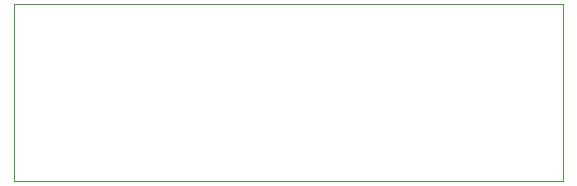
<source format=gm1>
G04 #@! TF.GenerationSoftware,KiCad,Pcbnew,8.0.5*
G04 #@! TF.CreationDate,2024-11-04T14:17:19-06:00*
G04 #@! TF.ProjectId,Jack PCB,4a61636b-2050-4434-922e-6b696361645f,rev?*
G04 #@! TF.SameCoordinates,Original*
G04 #@! TF.FileFunction,Profile,NP*
%FSLAX46Y46*%
G04 Gerber Fmt 4.6, Leading zero omitted, Abs format (unit mm)*
G04 Created by KiCad (PCBNEW 8.0.5) date 2024-11-04 14:17:19*
%MOMM*%
%LPD*%
G01*
G04 APERTURE LIST*
G04 #@! TA.AperFunction,Profile*
%ADD10C,0.050000*%
G04 #@! TD*
G04 APERTURE END LIST*
D10*
X129000000Y-94000000D02*
X175500000Y-94000000D01*
X175500000Y-109000000D01*
X129000000Y-109000000D01*
X129000000Y-94000000D01*
M02*

</source>
